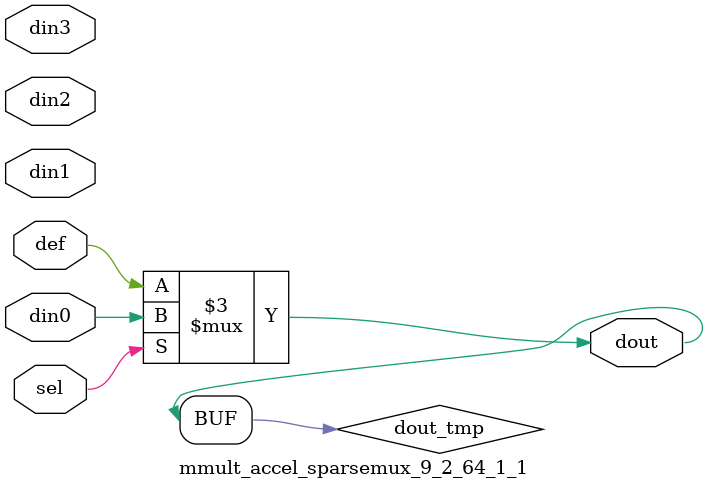
<source format=v>
`timescale 1ns / 1ps

module mmult_accel_sparsemux_9_2_64_1_1 (din0,din1,din2,din3,def,sel,dout);

parameter din0_WIDTH = 1;

parameter din1_WIDTH = 1;

parameter din2_WIDTH = 1;

parameter din3_WIDTH = 1;

parameter def_WIDTH = 1;
parameter sel_WIDTH = 1;
parameter dout_WIDTH = 1;

parameter [sel_WIDTH-1:0] CASE0 = 1;

parameter [sel_WIDTH-1:0] CASE1 = 1;

parameter [sel_WIDTH-1:0] CASE2 = 1;

parameter [sel_WIDTH-1:0] CASE3 = 1;

parameter ID = 1;
parameter NUM_STAGE = 1;



input [din0_WIDTH-1:0] din0;

input [din1_WIDTH-1:0] din1;

input [din2_WIDTH-1:0] din2;

input [din3_WIDTH-1:0] din3;

input [def_WIDTH-1:0] def;
input [sel_WIDTH-1:0] sel;

output [dout_WIDTH-1:0] dout;



reg [dout_WIDTH-1:0] dout_tmp;


always @ (*) begin
(* parallel_case *) case (sel)
    
    CASE0 : dout_tmp = din0;
    
    CASE1 : dout_tmp = din1;
    
    CASE2 : dout_tmp = din2;
    
    CASE3 : dout_tmp = din3;
    
    default : dout_tmp = def;
endcase
end


assign dout = dout_tmp;



endmodule

</source>
